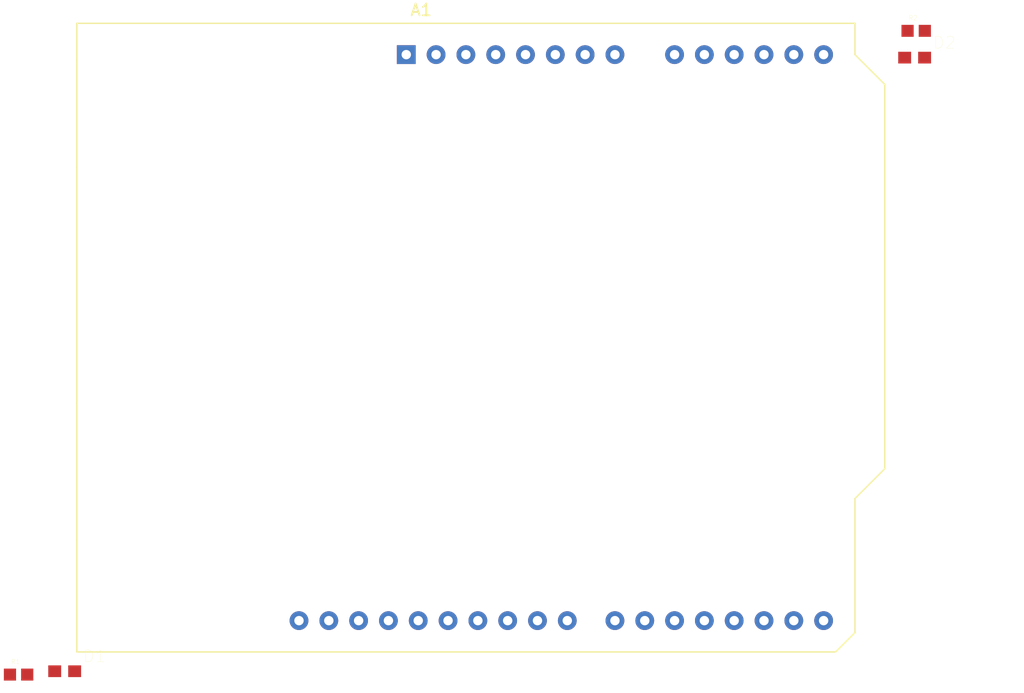
<source format=kicad_pcb>
(kicad_pcb (version 20171130) (host pcbnew "(5.1.5)-3")

  (general
    (thickness 1.6)
    (drawings 0)
    (tracks 0)
    (zones 0)
    (modules 5)
    (nets 36)
  )

  (page A4)
  (layers
    (0 F.Cu signal)
    (31 B.Cu signal)
    (32 B.Adhes user)
    (33 F.Adhes user)
    (34 B.Paste user)
    (35 F.Paste user)
    (36 B.SilkS user)
    (37 F.SilkS user)
    (38 B.Mask user)
    (39 F.Mask user)
    (40 Dwgs.User user)
    (41 Cmts.User user)
    (42 Eco1.User user)
    (43 Eco2.User user)
    (44 Edge.Cuts user)
    (45 Margin user)
    (46 B.CrtYd user)
    (47 F.CrtYd user)
    (48 B.Fab user)
    (49 F.Fab user)
  )

  (setup
    (last_trace_width 0.25)
    (trace_clearance 0.2)
    (zone_clearance 0.508)
    (zone_45_only no)
    (trace_min 0.2)
    (via_size 0.8)
    (via_drill 0.4)
    (via_min_size 0.4)
    (via_min_drill 0.3)
    (uvia_size 0.3)
    (uvia_drill 0.1)
    (uvias_allowed no)
    (uvia_min_size 0.2)
    (uvia_min_drill 0.1)
    (edge_width 0.05)
    (segment_width 0.2)
    (pcb_text_width 0.3)
    (pcb_text_size 1.5 1.5)
    (mod_edge_width 0.12)
    (mod_text_size 1 1)
    (mod_text_width 0.15)
    (pad_size 1.524 1.524)
    (pad_drill 0.762)
    (pad_to_mask_clearance 0.051)
    (solder_mask_min_width 0.25)
    (aux_axis_origin 0 0)
    (visible_elements 7FFFFFFF)
    (pcbplotparams
      (layerselection 0x010fc_ffffffff)
      (usegerberextensions false)
      (usegerberattributes false)
      (usegerberadvancedattributes false)
      (creategerberjobfile false)
      (excludeedgelayer true)
      (linewidth 0.100000)
      (plotframeref false)
      (viasonmask false)
      (mode 1)
      (useauxorigin false)
      (hpglpennumber 1)
      (hpglpenspeed 20)
      (hpglpendiameter 15.000000)
      (psnegative false)
      (psa4output false)
      (plotreference true)
      (plotvalue true)
      (plotinvisibletext false)
      (padsonsilk false)
      (subtractmaskfromsilk false)
      (outputformat 1)
      (mirror false)
      (drillshape 1)
      (scaleselection 1)
      (outputdirectory ""))
  )

  (net 0 "")
  (net 1 "Net-(A1-Pad32)")
  (net 2 "Net-(A1-Pad31)")
  (net 3 "Net-(A1-Pad1)")
  (net 4 "Net-(A1-Pad17)")
  (net 5 "Net-(A1-Pad2)")
  (net 6 "Net-(A1-Pad18)")
  (net 7 "Net-(A1-Pad3)")
  (net 8 "Net-(A1-Pad19)")
  (net 9 "Net-(A1-Pad4)")
  (net 10 "Net-(A1-Pad20)")
  (net 11 "Net-(A1-Pad5)")
  (net 12 "Net-(A1-Pad21)")
  (net 13 "Net-(A1-Pad6)")
  (net 14 "Net-(A1-Pad22)")
  (net 15 "Net-(A1-Pad7)")
  (net 16 "Net-(A1-Pad23)")
  (net 17 "Net-(A1-Pad8)")
  (net 18 "Net-(A1-Pad24)")
  (net 19 "Net-(A1-Pad9)")
  (net 20 "Net-(A1-Pad25)")
  (net 21 "Net-(A1-Pad10)")
  (net 22 "Net-(A1-Pad26)")
  (net 23 "Net-(A1-Pad11)")
  (net 24 "Net-(A1-Pad27)")
  (net 25 "Net-(A1-Pad12)")
  (net 26 "Net-(A1-Pad28)")
  (net 27 "Net-(A1-Pad13)")
  (net 28 "Net-(A1-Pad29)")
  (net 29 "Net-(A1-Pad14)")
  (net 30 "Net-(A1-Pad30)")
  (net 31 "Net-(A1-Pad15)")
  (net 32 "Net-(A1-Pad16)")
  (net 33 GND)
  (net 34 "Net-(D1-Pad2)")
  (net 35 "Net-(D2-Pad2)")

  (net_class Default "This is the default net class."
    (clearance 0.2)
    (trace_width 0.25)
    (via_dia 0.8)
    (via_drill 0.4)
    (uvia_dia 0.3)
    (uvia_drill 0.1)
    (add_net GND)
    (add_net "Net-(A1-Pad1)")
    (add_net "Net-(A1-Pad10)")
    (add_net "Net-(A1-Pad11)")
    (add_net "Net-(A1-Pad12)")
    (add_net "Net-(A1-Pad13)")
    (add_net "Net-(A1-Pad14)")
    (add_net "Net-(A1-Pad15)")
    (add_net "Net-(A1-Pad16)")
    (add_net "Net-(A1-Pad17)")
    (add_net "Net-(A1-Pad18)")
    (add_net "Net-(A1-Pad19)")
    (add_net "Net-(A1-Pad2)")
    (add_net "Net-(A1-Pad20)")
    (add_net "Net-(A1-Pad21)")
    (add_net "Net-(A1-Pad22)")
    (add_net "Net-(A1-Pad23)")
    (add_net "Net-(A1-Pad24)")
    (add_net "Net-(A1-Pad25)")
    (add_net "Net-(A1-Pad26)")
    (add_net "Net-(A1-Pad27)")
    (add_net "Net-(A1-Pad28)")
    (add_net "Net-(A1-Pad29)")
    (add_net "Net-(A1-Pad3)")
    (add_net "Net-(A1-Pad30)")
    (add_net "Net-(A1-Pad31)")
    (add_net "Net-(A1-Pad32)")
    (add_net "Net-(A1-Pad4)")
    (add_net "Net-(A1-Pad5)")
    (add_net "Net-(A1-Pad6)")
    (add_net "Net-(A1-Pad7)")
    (add_net "Net-(A1-Pad8)")
    (add_net "Net-(A1-Pad9)")
    (add_net "Net-(D1-Pad2)")
    (add_net "Net-(D2-Pad2)")
  )

  (module Module:Arduino_UNO_R3 (layer F.Cu) (tedit 5EA1E1E9) (tstamp 5EA21B69)
    (at 143.785001 94.255001)
    (descr "Arduino UNO R3, http://www.mouser.com/pdfdocs/Gravitech_Arduino_Nano3_0.pdf")
    (tags "Arduino UNO R3")
    (path /5EA1084B)
    (fp_text reference A1 (at 1.27 -3.81 180) (layer F.SilkS)
      (effects (font (size 1 1) (thickness 0.15)))
    )
    (fp_text value Arduino_UNO_R3 (at 0 22.86) (layer F.Fab)
      (effects (font (size 1 1) (thickness 0.15)))
    )
    (fp_text user %R (at 0 20.32 180) (layer F.Fab)
      (effects (font (size 1 1) (thickness 0.15)))
    )
    (fp_line (start 38.35 -2.79) (end 38.35 0) (layer F.CrtYd) (width 0.05))
    (fp_line (start 38.35 0) (end 40.89 2.54) (layer F.CrtYd) (width 0.05))
    (fp_line (start 40.89 2.54) (end 40.89 35.31) (layer F.CrtYd) (width 0.05))
    (fp_line (start 40.89 35.31) (end 38.35 37.85) (layer F.CrtYd) (width 0.05))
    (fp_line (start 38.35 37.85) (end 38.35 49.28) (layer F.CrtYd) (width 0.05))
    (fp_line (start 38.35 49.28) (end 36.58 51.05) (layer F.CrtYd) (width 0.05))
    (fp_line (start 36.58 51.05) (end -28.19 51.05) (layer F.CrtYd) (width 0.05))
    (fp_line (start -28.19 51.05) (end -28.19 41.53) (layer F.CrtYd) (width 0.05))
    (fp_line (start -28.19 29.59) (end -28.19 9.78) (layer F.CrtYd) (width 0.05))
    (fp_line (start -28.19 0.38) (end -28.19 -2.79) (layer F.CrtYd) (width 0.05))
    (fp_line (start -28.19 -2.79) (end 38.35 -2.79) (layer F.CrtYd) (width 0.05))
    (fp_line (start 40.77 35.31) (end 40.77 2.54) (layer F.SilkS) (width 0.12))
    (fp_line (start 40.77 2.54) (end 38.23 0) (layer F.SilkS) (width 0.12))
    (fp_line (start 38.23 0) (end 38.23 -2.67) (layer F.SilkS) (width 0.12))
    (fp_line (start 38.23 -2.67) (end -28.07 -2.67) (layer F.SilkS) (width 0.12))
    (fp_line (start -28.07 -2.67) (end -28.07 0.51) (layer F.SilkS) (width 0.12))
    (fp_line (start -28.07 9.65) (end -28.07 29.72) (layer F.SilkS) (width 0.12))
    (fp_line (start -28.07 41.4) (end -28.07 50.93) (layer F.SilkS) (width 0.12))
    (fp_line (start -28.07 50.93) (end 36.58 50.93) (layer F.SilkS) (width 0.12))
    (fp_line (start 36.58 50.93) (end 38.23 49.28) (layer F.SilkS) (width 0.12))
    (fp_line (start 38.23 49.28) (end 38.23 37.85) (layer F.SilkS) (width 0.12))
    (fp_line (start 38.23 37.85) (end 40.77 35.31) (layer F.SilkS) (width 0.12))
    (fp_line (start 38.1 37.85) (end 38.1 49.28) (layer F.Fab) (width 0.1))
    (fp_line (start 40.64 2.54) (end 40.64 35.31) (layer F.Fab) (width 0.1))
    (fp_line (start 40.64 35.31) (end 38.1 37.85) (layer F.Fab) (width 0.1))
    (fp_line (start 38.1 -2.54) (end 38.1 0) (layer F.Fab) (width 0.1))
    (fp_line (start 38.1 0) (end 40.64 2.54) (layer F.Fab) (width 0.1))
    (fp_line (start 38.1 49.28) (end 36.58 50.8) (layer F.Fab) (width 0.1))
    (fp_line (start 36.58 50.8) (end -27.94 50.8) (layer F.Fab) (width 0.1))
    (fp_line (start -27.94 50.8) (end -27.94 -2.54) (layer F.Fab) (width 0.1))
    (fp_line (start -27.94 -2.54) (end 38.1 -2.54) (layer F.Fab) (width 0.1))
    (fp_line (start -28.07 0.51) (end -28.07 9.65) (layer F.SilkS) (width 0.12))
    (fp_line (start -28.07 29.72) (end -28.07 41.4) (layer F.SilkS) (width 0.12))
    (pad 32 thru_hole oval (at -9.14 48.26 90) (size 1.6 1.6) (drill 0.8) (layers *.Cu *.Mask)
      (net 1 "Net-(A1-Pad32)"))
    (pad 31 thru_hole oval (at -6.6 48.26 90) (size 1.6 1.6) (drill 0.8) (layers *.Cu *.Mask)
      (net 2 "Net-(A1-Pad31)"))
    (pad 1 thru_hole rect (at 0 0 90) (size 1.6 1.6) (drill 0.8) (layers *.Cu *.Mask)
      (net 3 "Net-(A1-Pad1)"))
    (pad 17 thru_hole oval (at 30.48 48.26 90) (size 1.6 1.6) (drill 0.8) (layers *.Cu *.Mask)
      (net 4 "Net-(A1-Pad17)"))
    (pad 2 thru_hole oval (at 2.54 0 90) (size 1.6 1.6) (drill 0.8) (layers *.Cu *.Mask)
      (net 5 "Net-(A1-Pad2)"))
    (pad 18 thru_hole oval (at 27.94 48.26 90) (size 1.6 1.6) (drill 0.8) (layers *.Cu *.Mask)
      (net 6 "Net-(A1-Pad18)"))
    (pad 3 thru_hole oval (at 5.08 0 90) (size 1.6 1.6) (drill 0.8) (layers *.Cu *.Mask)
      (net 7 "Net-(A1-Pad3)"))
    (pad 19 thru_hole oval (at 25.4 48.26 90) (size 1.6 1.6) (drill 0.8) (layers *.Cu *.Mask)
      (net 8 "Net-(A1-Pad19)"))
    (pad 4 thru_hole oval (at 7.62 0 90) (size 1.6 1.6) (drill 0.8) (layers *.Cu *.Mask)
      (net 9 "Net-(A1-Pad4)"))
    (pad 20 thru_hole oval (at 22.86 48.26 90) (size 1.6 1.6) (drill 0.8) (layers *.Cu *.Mask)
      (net 10 "Net-(A1-Pad20)"))
    (pad 5 thru_hole oval (at 10.16 0 90) (size 1.6 1.6) (drill 0.8) (layers *.Cu *.Mask)
      (net 11 "Net-(A1-Pad5)"))
    (pad 21 thru_hole oval (at 20.32 48.26 90) (size 1.6 1.6) (drill 0.8) (layers *.Cu *.Mask)
      (net 12 "Net-(A1-Pad21)"))
    (pad 6 thru_hole oval (at 12.7 0 90) (size 1.6 1.6) (drill 0.8) (layers *.Cu *.Mask)
      (net 13 "Net-(A1-Pad6)"))
    (pad 22 thru_hole oval (at 17.78 48.26 90) (size 1.6 1.6) (drill 0.8) (layers *.Cu *.Mask)
      (net 14 "Net-(A1-Pad22)"))
    (pad 7 thru_hole oval (at 15.24 0 90) (size 1.6 1.6) (drill 0.8) (layers *.Cu *.Mask)
      (net 15 "Net-(A1-Pad7)"))
    (pad 23 thru_hole oval (at 13.72 48.26 90) (size 1.6 1.6) (drill 0.8) (layers *.Cu *.Mask)
      (net 16 "Net-(A1-Pad23)"))
    (pad 8 thru_hole oval (at 17.78 0 90) (size 1.6 1.6) (drill 0.8) (layers *.Cu *.Mask)
      (net 17 "Net-(A1-Pad8)"))
    (pad 24 thru_hole oval (at 11.18 48.26 90) (size 1.6 1.6) (drill 0.8) (layers *.Cu *.Mask)
      (net 18 "Net-(A1-Pad24)"))
    (pad 9 thru_hole oval (at 22.86 0 90) (size 1.6 1.6) (drill 0.8) (layers *.Cu *.Mask)
      (net 19 "Net-(A1-Pad9)"))
    (pad 25 thru_hole oval (at 8.64 48.26 90) (size 1.6 1.6) (drill 0.8) (layers *.Cu *.Mask)
      (net 20 "Net-(A1-Pad25)"))
    (pad 10 thru_hole oval (at 25.4 0 90) (size 1.6 1.6) (drill 0.8) (layers *.Cu *.Mask)
      (net 21 "Net-(A1-Pad10)"))
    (pad 26 thru_hole oval (at 6.1 48.26 90) (size 1.6 1.6) (drill 0.8) (layers *.Cu *.Mask)
      (net 22 "Net-(A1-Pad26)"))
    (pad 11 thru_hole oval (at 27.94 0 90) (size 1.6 1.6) (drill 0.8) (layers *.Cu *.Mask)
      (net 23 "Net-(A1-Pad11)"))
    (pad 27 thru_hole oval (at 3.56 48.26 90) (size 1.6 1.6) (drill 0.8) (layers *.Cu *.Mask)
      (net 24 "Net-(A1-Pad27)"))
    (pad 12 thru_hole oval (at 30.48 0 90) (size 1.6 1.6) (drill 0.8) (layers *.Cu *.Mask)
      (net 25 "Net-(A1-Pad12)"))
    (pad 28 thru_hole oval (at 1.02 48.26 90) (size 1.6 1.6) (drill 0.8) (layers *.Cu *.Mask)
      (net 26 "Net-(A1-Pad28)"))
    (pad 13 thru_hole oval (at 33.02 0 90) (size 1.6 1.6) (drill 0.8) (layers *.Cu *.Mask)
      (net 27 "Net-(A1-Pad13)"))
    (pad 29 thru_hole oval (at -1.52 48.26 90) (size 1.6 1.6) (drill 0.8) (layers *.Cu *.Mask)
      (net 28 "Net-(A1-Pad29)"))
    (pad 14 thru_hole oval (at 35.56 0 90) (size 1.6 1.6) (drill 0.8) (layers *.Cu *.Mask)
      (net 29 "Net-(A1-Pad14)"))
    (pad 30 thru_hole oval (at -4.06 48.26 90) (size 1.6 1.6) (drill 0.8) (layers *.Cu *.Mask)
      (net 30 "Net-(A1-Pad30)"))
    (pad 15 thru_hole oval (at 35.56 48.26 90) (size 1.6 1.6) (drill 0.8) (layers *.Cu *.Mask)
      (net 31 "Net-(A1-Pad15)"))
    (pad 16 thru_hole oval (at 33.02 48.26 90) (size 1.6 1.6) (drill 0.8) (layers *.Cu *.Mask)
      (net 32 "Net-(A1-Pad16)"))
    (model ${KISYS3DMOD}/Module.3dshapes/Arduino_UNO_R3.wrl
      (at (xyz 0 0 0))
      (scale (xyz 1 1 1))
      (rotate (xyz 0 0 0))
    )
  )

  (module LED_Final:0603 (layer F.Cu) (tedit 5EA0A233) (tstamp 5EA21B73)
    (at 114.68 146.83)
    (path /5EA01779)
    (fp_text reference D1 (at 2.546259 -1.273131) (layer F.SilkS)
      (effects (font (size 1.002465 1.002465) (thickness 0.015)))
    )
    (fp_text value LTST-C193TGKT-5A (at 1.911 1.27399) (layer F.Fab)
      (effects (font (size 1.00315 1.00315) (thickness 0.015)))
    )
    (fp_line (start -0.356 -0.432) (end 0.356 -0.432) (layer F.Fab) (width 0.1016))
    (fp_line (start -0.356 0.419) (end 0.356 0.419) (layer F.Fab) (width 0.1016))
    (fp_poly (pts (xy -0.839221 -0.4801) (xy -0.3381 -0.4801) (xy -0.3381 0.470472) (xy -0.839221 0.470472)) (layer F.Fab) (width 0.01))
    (fp_poly (pts (xy 0.331133 -0.4801) (xy 0.8303 -0.4801) (xy 0.8303 0.471227) (xy 0.331133 0.471227)) (layer F.Fab) (width 0.01))
    (pad 1 smd rect (at -0.85 0) (size 1.1 1) (layers F.Cu F.Paste F.Mask)
      (net 33 GND))
    (pad 2 smd rect (at 0.85 0) (size 1.1 1) (layers F.Cu F.Paste F.Mask)
      (net 34 "Net-(D1-Pad2)"))
  )

  (module LED_Final:0603 (layer F.Cu) (tedit 5EA0A233) (tstamp 5EA21B7D)
    (at 187.1 94.51)
    (path /5EA03965)
    (fp_text reference D2 (at 2.546259 -1.273131) (layer F.SilkS)
      (effects (font (size 1.002465 1.002465) (thickness 0.015)))
    )
    (fp_text value LTST-C193TGKT-5A (at 1.911 1.27399) (layer F.Fab)
      (effects (font (size 1.00315 1.00315) (thickness 0.015)))
    )
    (fp_poly (pts (xy 0.331133 -0.4801) (xy 0.8303 -0.4801) (xy 0.8303 0.471227) (xy 0.331133 0.471227)) (layer F.Fab) (width 0.01))
    (fp_poly (pts (xy -0.839221 -0.4801) (xy -0.3381 -0.4801) (xy -0.3381 0.470472) (xy -0.839221 0.470472)) (layer F.Fab) (width 0.01))
    (fp_line (start -0.356 0.419) (end 0.356 0.419) (layer F.Fab) (width 0.1016))
    (fp_line (start -0.356 -0.432) (end 0.356 -0.432) (layer F.Fab) (width 0.1016))
    (pad 2 smd rect (at 0.85 0) (size 1.1 1) (layers F.Cu F.Paste F.Mask)
      (net 35 "Net-(D2-Pad2)"))
    (pad 1 smd rect (at -0.85 0) (size 1.1 1) (layers F.Cu F.Paste F.Mask)
      (net 33 GND))
  )

  (module RESC1607X60N (layer F.Cu) (tedit 5EA0E82A) (tstamp 5EA21B8B)
    (at 110.753001 147.116001)
    (path /5EA13528)
    (fp_text reference R1 (at -0.26 -1.1) (layer F.SilkS)
      (effects (font (size 0.393701 0.393701) (thickness 0.015)))
    )
    (fp_text value RC0603JR-071KL (at 1.49 1.1) (layer F.Fab)
      (effects (font (size 0.393701 0.393701) (thickness 0.015)))
    )
    (fp_line (start 0.9 0.51) (end -0.9 0.51) (layer F.Fab) (width 0.127))
    (fp_line (start 0.9 -0.51) (end -0.9 -0.51) (layer F.Fab) (width 0.127))
    (fp_line (start 0.9 0.51) (end 0.9 -0.51) (layer F.Fab) (width 0.127))
    (fp_line (start -0.9 0.51) (end -0.9 -0.51) (layer F.Fab) (width 0.127))
    (fp_line (start -1.508 0.761) (end 1.508 0.761) (layer F.CrtYd) (width 0.05))
    (fp_line (start -1.508 -0.761) (end 1.508 -0.761) (layer F.CrtYd) (width 0.05))
    (fp_line (start -1.508 0.761) (end -1.508 -0.761) (layer F.CrtYd) (width 0.05))
    (fp_line (start 1.508 0.761) (end 1.508 -0.761) (layer F.CrtYd) (width 0.05))
    (pad 1 smd rect (at -0.735 0) (size 1.04 1.02) (layers F.Cu F.Paste F.Mask)
      (net 34 "Net-(D1-Pad2)"))
    (pad 2 smd rect (at 0.735 0) (size 1.04 1.02) (layers F.Cu F.Paste F.Mask)
      (net 10 "Net-(A1-Pad20)"))
  )

  (module RESC1607X60N (layer F.Cu) (tedit 5EA0E82A) (tstamp 5EA21B99)
    (at 187.233001 92.226001)
    (path /5EA15870)
    (fp_text reference R2 (at -0.26 -1.1) (layer F.SilkS)
      (effects (font (size 0.393701 0.393701) (thickness 0.015)))
    )
    (fp_text value RC0603JR-071KL (at 1.49 1.1) (layer F.Fab)
      (effects (font (size 0.393701 0.393701) (thickness 0.015)))
    )
    (fp_line (start 1.508 0.761) (end 1.508 -0.761) (layer F.CrtYd) (width 0.05))
    (fp_line (start -1.508 0.761) (end -1.508 -0.761) (layer F.CrtYd) (width 0.05))
    (fp_line (start -1.508 -0.761) (end 1.508 -0.761) (layer F.CrtYd) (width 0.05))
    (fp_line (start -1.508 0.761) (end 1.508 0.761) (layer F.CrtYd) (width 0.05))
    (fp_line (start -0.9 0.51) (end -0.9 -0.51) (layer F.Fab) (width 0.127))
    (fp_line (start 0.9 0.51) (end 0.9 -0.51) (layer F.Fab) (width 0.127))
    (fp_line (start 0.9 -0.51) (end -0.9 -0.51) (layer F.Fab) (width 0.127))
    (fp_line (start 0.9 0.51) (end -0.9 0.51) (layer F.Fab) (width 0.127))
    (pad 2 smd rect (at 0.735 0) (size 1.04 1.02) (layers F.Cu F.Paste F.Mask)
      (net 12 "Net-(A1-Pad21)"))
    (pad 1 smd rect (at -0.735 0) (size 1.04 1.02) (layers F.Cu F.Paste F.Mask)
      (net 35 "Net-(D2-Pad2)"))
  )

)

</source>
